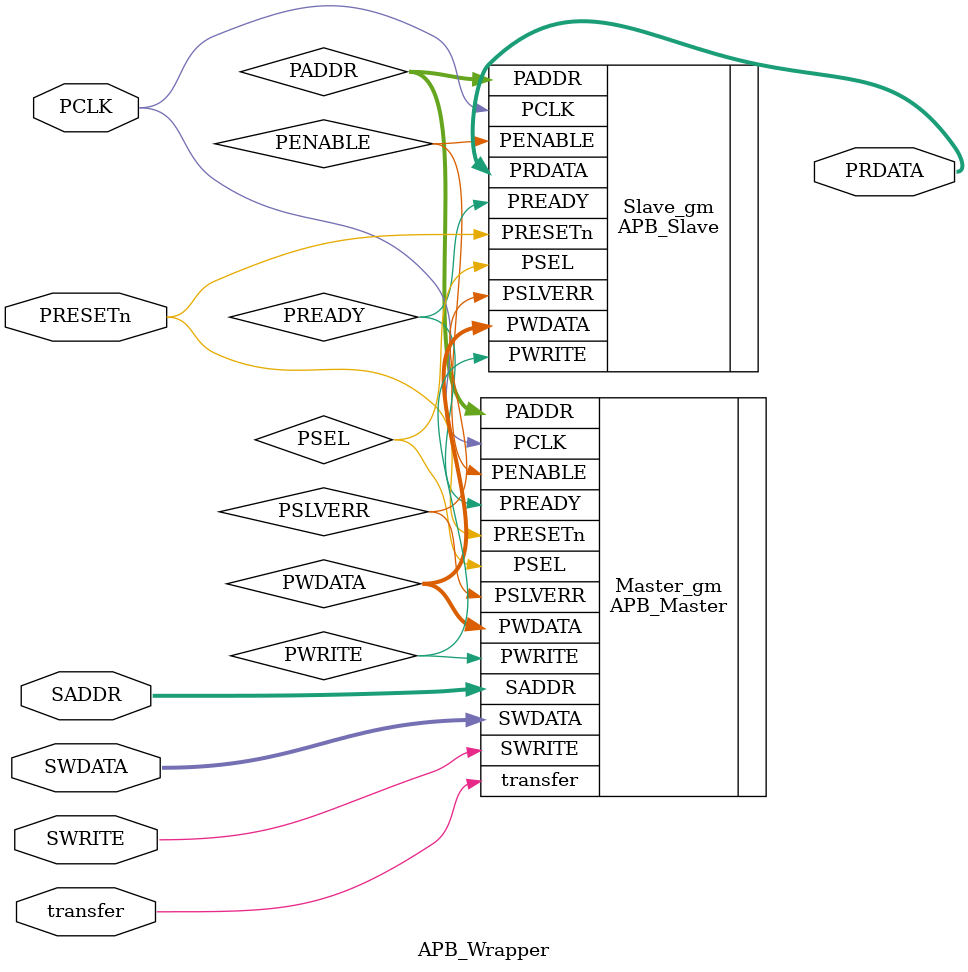
<source format=sv>
module APB_Wrapper (
    input PCLK , PRESETn ,
    input SWRITE ,
    input [31:0] SADDR , SWDATA , 
    // input [3:0] SSTRB ,
    // input [2:0] SPROT  ,
    input transfer ,
    output [31:0] PRDATA 
);
wire PSEL , PENABLE , PWRITE ;
wire [31:0] PADDR , PWDATA ;
// wire [3:0] PSTRB ;
// wire [2:0] PPROT ;
wire PREADY , PSLVERR ;

//instantiating our master
APB_Master Master_gm (
    .PCLK (PCLK),
    .PRESETn(PRESETn),
    .SWRITE(SWRITE),
    .SADDR(SADDR),
    .SWDATA(SWDATA),
    .transfer(transfer),
    .PSEL(PSEL),
    .PENABLE(PENABLE),
    .PWRITE(PWRITE),
    .PADDR(PADDR),
    .PWDATA(PWDATA),
    // .PSTRB(PSTRB),
    // .PPROT(PPROT),
    .PREADY(PREADY),
    .PSLVERR(PSLVERR)
);

//instantiating our slave
APB_Slave Slave_gm (
    .PCLK(PCLK),
    .PRESETn(PRESETn),
    .PSEL(PSEL),
    .PENABLE(PENABLE),
    .PWRITE(PWRITE),
    .PADDR(PADDR),
    .PWDATA(PWDATA),
    // .PSTRB(PSTRB),
    // .PPROT(PPROT),
    .PREADY(PREADY),
    .PSLVERR(PSLVERR),
    .PRDATA(PRDATA)
);
endmodule
</source>
